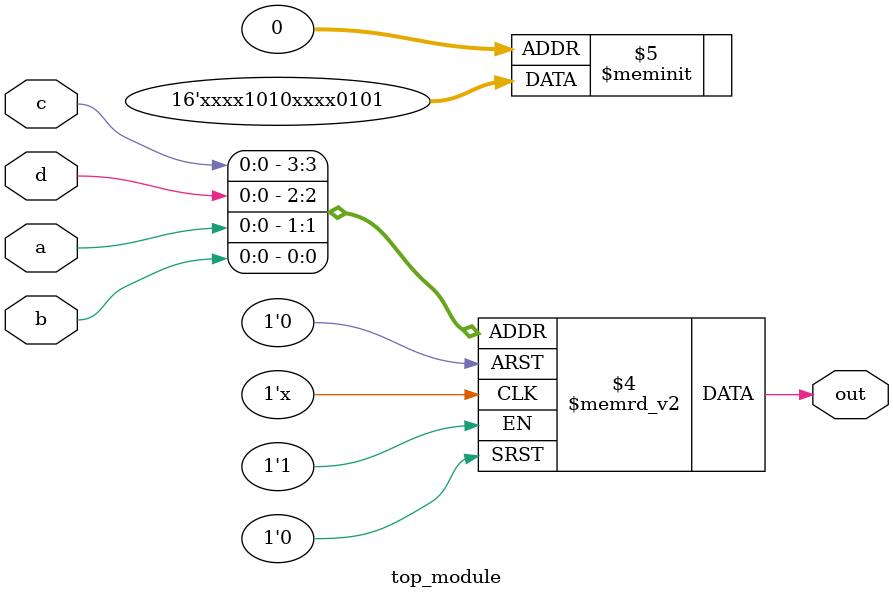
<source format=sv>
module top_module (
    input a, 
    input b,
    input c,
    input d,
    output reg out
);

always @(*) begin
    case ({c, d, a, b})
        4'b0000, 4'b0010, 4'b1001, 4'b1011: out <= 1'b1;
        4'b0001, 4'b0011, 4'b1000, 4'b1010: out <= 1'b0;
        default: out <= 1'bx;
    endcase
end

endmodule

</source>
